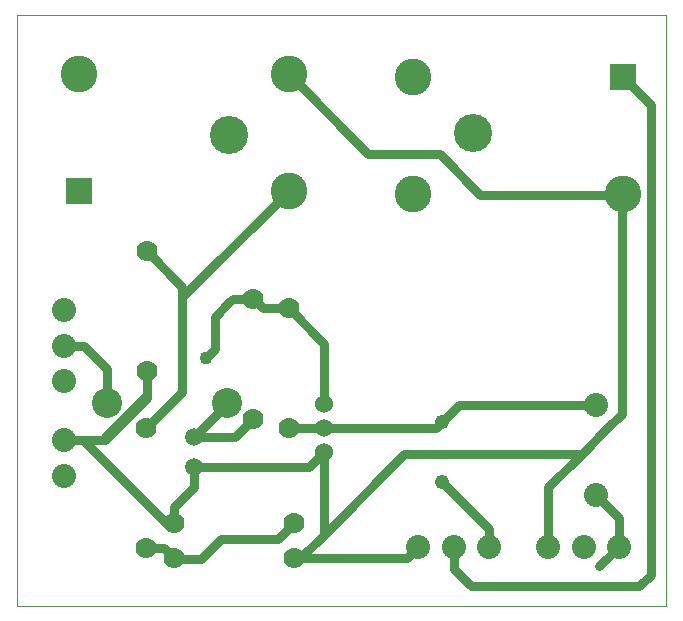
<source format=gbr>
G04 PROTEUS GERBER X2 FILE*
%TF.GenerationSoftware,Labcenter,Proteus,8.17-SP2-Build37159*%
%TF.CreationDate,2025-08-15T22:28:22+00:00*%
%TF.FileFunction,Copper,L2,Bot*%
%TF.FilePolarity,Positive*%
%TF.Part,Single*%
%TF.SameCoordinates,{0e15ee55-a332-4318-b2cf-7b0c010742ed}*%
%FSLAX45Y45*%
%MOMM*%
G01*
%TA.AperFunction,Conductor*%
%ADD10C,0.762000*%
%TA.AperFunction,ComponentPad*%
%ADD11C,1.778000*%
%TA.AperFunction,ComponentPad*%
%ADD12C,1.524000*%
%TA.AperFunction,ComponentPad*%
%ADD13C,1.510000*%
%ADD14C,1.100000*%
%ADD15R,0.777810X0.777810*%
%ADD16C,1.220000*%
%TA.AperFunction,ComponentPad*%
%ADD17C,3.225800*%
%ADD18R,2.192030X2.192030*%
%ADD19C,3.100000*%
%TA.AperFunction,ComponentPad*%
%ADD70C,2.032000*%
%TA.AperFunction,ComponentPad*%
%ADD71C,2.540000*%
%TA.AperFunction,Profile*%
%ADD20C,0.101600*%
%TD.AperFunction*%
D10*
X+2600000Y+1500000D02*
X+2300000Y+1500000D01*
X+2300000Y+2516000D02*
X+2084000Y+2516000D01*
X+2000000Y+2600000D01*
X+1600000Y+2100000D02*
X+1673730Y+2173730D01*
X+1673730Y+2440114D01*
X+1800000Y+2566384D01*
X+1833616Y+2600000D01*
X+2000000Y+2600000D01*
X+2600000Y+1500000D02*
X+3546000Y+1500000D01*
X+3600000Y+1554000D01*
X+5125544Y+3478544D02*
X+5131000Y+3484000D01*
X+2300000Y+4500000D02*
X+2975978Y+3824022D01*
X+3408429Y+3824022D01*
X+3549540Y+3824022D01*
X+3578736Y+3824022D01*
X+3924214Y+3478544D01*
X+5125544Y+3478544D01*
X+3600000Y+1046000D02*
X+4000000Y+646000D01*
X+4000000Y+500000D01*
X+2400000Y+400000D02*
X+3300000Y+400000D01*
X+3400000Y+500000D01*
X+3700000Y+500000D02*
X+3700000Y+311712D01*
X+3840054Y+171658D01*
X+3849715Y+161997D01*
X+5270784Y+161997D01*
X+5370392Y+261605D01*
X+5370392Y+4235608D01*
X+5131000Y+4475000D01*
X+4500000Y+500000D02*
X+4500000Y+1000000D01*
X+4781193Y+1281193D01*
X+2600000Y+600000D02*
X+3281193Y+1281193D01*
X+3844954Y+1281193D01*
X+4781193Y+1281193D01*
X+5000000Y+1500000D01*
X+5122018Y+1622018D01*
X+5122018Y+3475018D01*
X+5125544Y+3478544D01*
X+5100000Y+500000D02*
X+4931715Y+331715D01*
X+4900000Y+938000D02*
X+5100000Y+738000D01*
X+5100000Y+500000D01*
X+4900000Y+1700000D02*
X+3746000Y+1700000D01*
X+3600000Y+1554000D01*
X+2600000Y+1703200D02*
X+2600000Y+2216000D01*
X+2300000Y+2516000D01*
X+1400000Y+2609000D02*
X+1400000Y+2700000D01*
X+1100000Y+3000000D01*
X+1400000Y+2100000D02*
X+1400000Y+2609000D01*
X+2300000Y+3509000D01*
X+1500000Y+1427000D02*
X+1843000Y+1427000D01*
X+2000000Y+1584000D01*
X+2600000Y+600000D02*
X+2600000Y+1296800D01*
X+1500000Y+1173000D02*
X+2476200Y+1173000D01*
X+2600000Y+1296800D01*
X+2343000Y+700000D02*
X+2209744Y+566744D01*
X+1727742Y+566744D01*
X+1557435Y+396437D01*
X+1330563Y+396437D01*
X+1327000Y+400000D01*
X+1500000Y+1427000D02*
X+1778000Y+1705000D01*
X+1778000Y+1714500D01*
X+762000Y+1714500D02*
X+762000Y+2002321D01*
X+567605Y+2196716D01*
X+403284Y+2196716D01*
X+400000Y+2200000D01*
X+1090500Y+484000D02*
X+1243000Y+484000D01*
X+1327000Y+400000D01*
X+1090500Y+1500000D02*
X+1399540Y+1809040D01*
X+1399540Y+2100000D01*
X+1400000Y+2100000D01*
X+400000Y+1400000D02*
X+563500Y+1400000D01*
X+1100000Y+1984000D02*
X+1100000Y+1892126D01*
X+1100000Y+1783132D01*
X+746558Y+1429690D01*
X+746558Y+1400000D01*
X+563500Y+1400000D01*
X+1263500Y+700000D01*
X+746558Y+1400000D02*
X+899522Y+1552964D01*
X+1100000Y+1753442D01*
X+1100000Y+1783132D01*
X+1100000Y+1892126D01*
X+1100000Y+1984000D01*
X+1263500Y+700000D02*
X+1327000Y+700000D01*
X+1327000Y+834226D01*
X+1501100Y+1008326D01*
X+1501100Y+1171900D01*
X+1500000Y+1173000D01*
X+2343000Y+400000D02*
X+2400000Y+400000D01*
X+2463500Y+400000D01*
X+2400000Y+400000D02*
X+2600000Y+600000D01*
D11*
X+1090500Y+1500000D03*
X+1090500Y+484000D03*
X+2000000Y+2600000D03*
X+2000000Y+1584000D03*
X+2300000Y+1500000D03*
X+2300000Y+2516000D03*
D12*
X+2600000Y+1703200D03*
X+2600000Y+1500000D03*
X+2600000Y+1296800D03*
D11*
X+2343000Y+400000D03*
X+1327000Y+400000D03*
X+2343000Y+700000D03*
X+1327000Y+700000D03*
D13*
X+1500000Y+1173000D03*
X+1500000Y+1427000D03*
D14*
X+1600000Y+2100000D03*
D15*
X+1400000Y+2100000D03*
D16*
X+3600000Y+1046000D03*
X+3600000Y+1554000D03*
D17*
X+3861000Y+4000000D03*
D18*
X+5131000Y+4475000D03*
D19*
X+5131000Y+3484000D03*
X+3353000Y+4475000D03*
X+3353000Y+3484000D03*
D17*
X+1792000Y+3984000D03*
D18*
X+522000Y+3509000D03*
D19*
X+522000Y+4500000D03*
X+2300000Y+3509000D03*
X+2300000Y+4500000D03*
D70*
X+3400000Y+500000D03*
X+3700000Y+500000D03*
X+4000000Y+500000D03*
X+4500000Y+500000D03*
X+4800000Y+500000D03*
X+5100000Y+500000D03*
X+4900000Y+938000D03*
X+4900000Y+1700000D03*
D11*
X+1100000Y+3000000D03*
X+1100000Y+1984000D03*
D70*
X+400000Y+1400000D03*
X+400000Y+1100000D03*
X+400000Y+2500000D03*
X+400000Y+2200000D03*
X+400000Y+1900000D03*
D71*
X+1778000Y+1714500D03*
X+762000Y+1714500D03*
D20*
X+0Y+0D02*
X+5500000Y+0D01*
X+5500000Y+5000000D01*
X+0Y+0D02*
X+0Y+5000000D01*
X+5500000Y+5000000D01*
M02*

</source>
